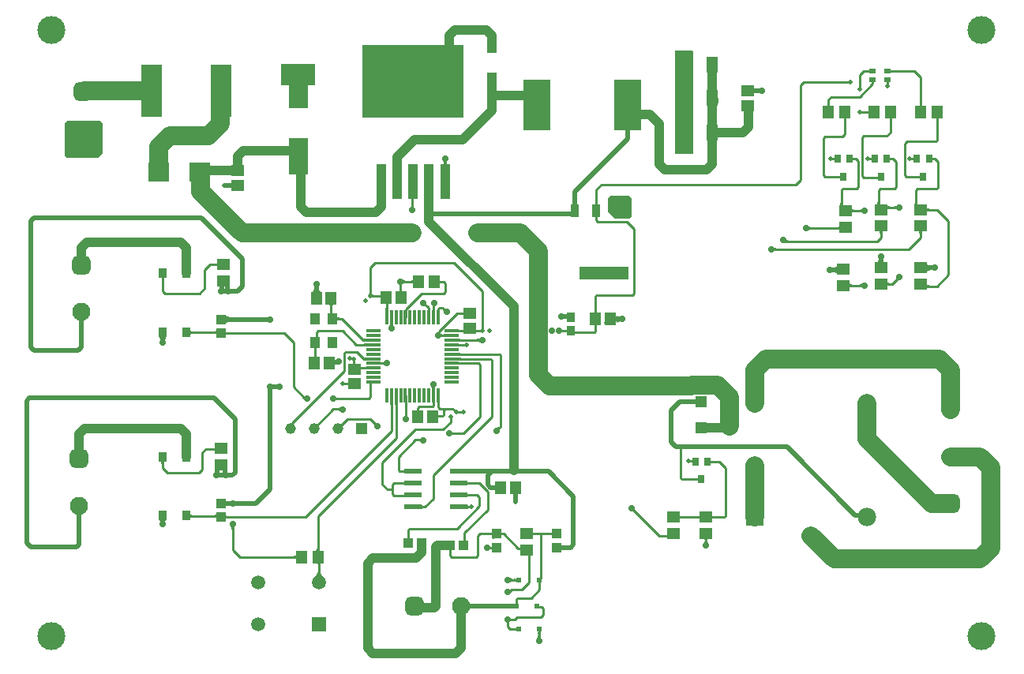
<source format=gtl>
G04*
G04 #@! TF.GenerationSoftware,Altium Limited,Altium Designer,25.2.1 (25)*
G04*
G04 Layer_Physical_Order=1*
G04 Layer_Color=255*
%FSLAX44Y44*%
%MOMM*%
G71*
G04*
G04 #@! TF.SameCoordinates,6A0C6451-6BFE-4A27-B80D-F8B4996A6162*
G04*
G04*
G04 #@! TF.FilePolarity,Positive*
G04*
G01*
G75*
%ADD16C,0.2500*%
%ADD18R,1.4000X1.3000*%
G04:AMPARAMS|DCode=19|XSize=0.28mm|YSize=1.56mm|CornerRadius=0.07mm|HoleSize=0mm|Usage=FLASHONLY|Rotation=0.000|XOffset=0mm|YOffset=0mm|HoleType=Round|Shape=RoundedRectangle|*
%AMROUNDEDRECTD19*
21,1,0.2800,1.4200,0,0,0.0*
21,1,0.1400,1.5600,0,0,0.0*
1,1,0.1400,0.0700,-0.7100*
1,1,0.1400,-0.0700,-0.7100*
1,1,0.1400,-0.0700,0.7100*
1,1,0.1400,0.0700,0.7100*
%
%ADD19ROUNDEDRECTD19*%
G04:AMPARAMS|DCode=20|XSize=0.28mm|YSize=1.56mm|CornerRadius=0.07mm|HoleSize=0mm|Usage=FLASHONLY|Rotation=90.000|XOffset=0mm|YOffset=0mm|HoleType=Round|Shape=RoundedRectangle|*
%AMROUNDEDRECTD20*
21,1,0.2800,1.4200,0,0,90.0*
21,1,0.1400,1.5600,0,0,90.0*
1,1,0.1400,0.7100,0.0700*
1,1,0.1400,0.7100,-0.0700*
1,1,0.1400,-0.7100,-0.0700*
1,1,0.1400,-0.7100,0.0700*
%
%ADD20ROUNDEDRECTD20*%
%ADD21R,1.3000X1.4000*%
%ADD22R,1.0200X1.0400*%
%ADD23R,1.1500X1.3500*%
%ADD24R,1.0400X1.0200*%
%ADD25R,0.6000X0.6000*%
%ADD26R,0.7000X0.9000*%
G04:AMPARAMS|DCode=27|XSize=1.31mm|YSize=3.24mm|CornerRadius=0.0983mm|HoleSize=0mm|Usage=FLASHONLY|Rotation=270.000|XOffset=0mm|YOffset=0mm|HoleType=Round|Shape=RoundedRectangle|*
%AMROUNDEDRECTD27*
21,1,1.3100,3.0435,0,0,270.0*
21,1,1.1135,3.2400,0,0,270.0*
1,1,0.1965,-1.5218,-0.5568*
1,1,0.1965,-1.5218,0.5568*
1,1,0.1965,1.5218,0.5568*
1,1,0.1965,1.5218,-0.5568*
%
%ADD27ROUNDEDRECTD27*%
G04:AMPARAMS|DCode=28|XSize=1.31mm|YSize=0.93mm|CornerRadius=0.0698mm|HoleSize=0mm|Usage=FLASHONLY|Rotation=270.000|XOffset=0mm|YOffset=0mm|HoleType=Round|Shape=RoundedRectangle|*
%AMROUNDEDRECTD28*
21,1,1.3100,0.7905,0,0,270.0*
21,1,1.1705,0.9300,0,0,270.0*
1,1,0.1395,-0.3953,-0.5853*
1,1,0.1395,-0.3953,0.5853*
1,1,0.1395,0.3953,0.5853*
1,1,0.1395,0.3953,-0.5853*
%
%ADD28ROUNDEDRECTD28*%
%ADD29R,0.9900X3.7900*%
%ADD30R,0.8000X0.5000*%
%ADD31R,1.0500X1.3000*%
%ADD32R,2.3114X5.6134*%
%ADD33R,1.3500X1.1500*%
%ADD34R,1.0900X1.0800*%
%ADD35R,2.9000X5.4000*%
%ADD36R,2.0000X4.0000*%
%ADD37R,2.2800X2.1200*%
%ADD38R,1.3000X1.8000*%
G04:AMPARAMS|DCode=39|XSize=1.1mm|YSize=0.9mm|CornerRadius=0.225mm|HoleSize=0mm|Usage=FLASHONLY|Rotation=270.000|XOffset=0mm|YOffset=0mm|HoleType=Round|Shape=RoundedRectangle|*
%AMROUNDEDRECTD39*
21,1,1.1000,0.4500,0,0,270.0*
21,1,0.6500,0.9000,0,0,270.0*
1,1,0.4500,-0.2250,-0.3250*
1,1,0.4500,-0.2250,0.3250*
1,1,0.4500,0.2250,0.3250*
1,1,0.4500,0.2250,-0.3250*
%
%ADD39ROUNDEDRECTD39*%
%ADD40R,0.9300X1.0100*%
%ADD41R,1.2000X1.2000*%
%ADD42R,1.2000X1.2000*%
%ADD43R,1.9812X0.5334*%
%ADD86R,10.8400X7.8800*%
%ADD87C,1.0000*%
%ADD88C,0.5000*%
%ADD89C,2.0000*%
%ADD90C,0.2540*%
%ADD91C,1.4980*%
%ADD92R,1.4980X1.4980*%
G04:AMPARAMS|DCode=93|XSize=1.95mm|YSize=1.95mm|CornerRadius=0.4875mm|HoleSize=0mm|Usage=FLASHONLY|Rotation=0.000|XOffset=0mm|YOffset=0mm|HoleType=Round|Shape=RoundedRectangle|*
%AMROUNDEDRECTD93*
21,1,1.9500,0.9750,0,0,0.0*
21,1,0.9750,1.9500,0,0,0.0*
1,1,0.9750,0.4875,-0.4875*
1,1,0.9750,-0.4875,-0.4875*
1,1,0.9750,-0.4875,0.4875*
1,1,0.9750,0.4875,0.4875*
%
%ADD93ROUNDEDRECTD93*%
%ADD94C,1.9500*%
%ADD95C,3.0000*%
%ADD96R,1.1628X1.1628*%
%ADD97C,1.1628*%
G04:AMPARAMS|DCode=98|XSize=1.95mm|YSize=1.95mm|CornerRadius=0.4875mm|HoleSize=0mm|Usage=FLASHONLY|Rotation=270.000|XOffset=0mm|YOffset=0mm|HoleType=Round|Shape=RoundedRectangle|*
%AMROUNDEDRECTD98*
21,1,1.9500,0.9750,0,0,270.0*
21,1,0.9750,1.9500,0,0,270.0*
1,1,0.9750,-0.4875,-0.4875*
1,1,0.9750,-0.4875,0.4875*
1,1,0.9750,0.4875,0.4875*
1,1,0.9750,0.4875,-0.4875*
%
%ADD98ROUNDEDRECTD98*%
%ADD99C,1.9800*%
%ADD100C,1.9350*%
%ADD101R,1.9800X1.9800*%
%ADD102C,0.7000*%
%ADD103C,0.5000*%
%ADD104C,1.0000*%
%ADD105C,1.5000*%
G36*
X786000Y1178000D02*
X749000D01*
Y1201000D01*
X786000D01*
Y1178000D01*
D02*
G37*
G36*
X942500Y1217500D02*
Y1147500D01*
X940000Y1145000D01*
X842500D01*
X837500Y1150000D01*
Y1220000D01*
X940000D01*
X942500Y1217500D01*
D02*
G37*
G36*
X1191000Y1215000D02*
Y1105000D01*
X1172000D01*
Y1216000D01*
X1190586D01*
X1191000Y1215000D01*
D02*
G37*
G36*
X557500Y1138000D02*
Y1105500D01*
X552500Y1100500D01*
X520000D01*
X517500Y1103000D01*
Y1138000D01*
X520000Y1140500D01*
X555000D01*
X557500Y1138000D01*
D02*
G37*
G36*
X927226Y1097264D02*
X927025Y1097016D01*
X926848Y1096757D01*
X926695Y1096487D01*
X926565Y1096207D01*
X926459Y1095915D01*
X926376Y1095612D01*
X926341Y1095424D01*
X926384Y1095161D01*
X926473Y1094829D01*
X926588Y1094547D01*
X926727Y1094315D01*
X926892Y1094133D01*
X927083Y1094002D01*
X927299Y1093920D01*
X927540Y1093889D01*
X922460D01*
X922701Y1093920D01*
X922917Y1094002D01*
X923108Y1094133D01*
X923273Y1094315D01*
X923412Y1094547D01*
X923527Y1094829D01*
X923616Y1095161D01*
X923659Y1095424D01*
X923624Y1095612D01*
X923541Y1095915D01*
X923435Y1096207D01*
X923305Y1096487D01*
X923152Y1096757D01*
X922975Y1097016D01*
X922774Y1097264D01*
X922550Y1097501D01*
X927450D01*
X927226Y1097264D01*
D02*
G37*
G36*
X1391283Y1052777D02*
X1391321Y1052345D01*
X1391384Y1051964D01*
X1391473Y1051634D01*
X1391588Y1051355D01*
X1391727Y1051126D01*
X1391892Y1050948D01*
X1392083Y1050821D01*
X1392299Y1050745D01*
X1392540Y1050720D01*
X1387460D01*
X1387701Y1050745D01*
X1387917Y1050821D01*
X1388108Y1050948D01*
X1388273Y1051126D01*
X1388412Y1051355D01*
X1388527Y1051634D01*
X1388616Y1051964D01*
X1388679Y1052345D01*
X1388717Y1052777D01*
X1388730Y1053260D01*
X1391270D01*
X1391283Y1052777D01*
D02*
G37*
G36*
X1431283Y1052776D02*
X1431321Y1052345D01*
X1431384Y1051964D01*
X1431473Y1051634D01*
X1431588Y1051354D01*
X1431727Y1051125D01*
X1431892Y1050948D01*
X1432083Y1050821D01*
X1432299Y1050744D01*
X1432540Y1050719D01*
X1428280D01*
X1428366Y1050744D01*
X1428442Y1050821D01*
X1428510Y1050948D01*
X1428568Y1051125D01*
X1428618Y1051354D01*
X1428658Y1051634D01*
X1428712Y1052345D01*
X1428730Y1053259D01*
X1431270D01*
X1431283Y1052776D01*
D02*
G37*
G36*
X1351283Y1051527D02*
X1351321Y1051095D01*
X1351384Y1050714D01*
X1351473Y1050384D01*
X1351588Y1050105D01*
X1351727Y1049876D01*
X1351892Y1049698D01*
X1352083Y1049571D01*
X1352299Y1049495D01*
X1352540Y1049470D01*
X1348280D01*
X1348365Y1049495D01*
X1348442Y1049571D01*
X1348510Y1049698D01*
X1348568Y1049876D01*
X1348618Y1050105D01*
X1348658Y1050384D01*
X1348712Y1051095D01*
X1348730Y1052010D01*
X1351270D01*
X1351283Y1051527D01*
D02*
G37*
G36*
X1410000Y1045050D02*
X1409764Y1045274D01*
X1409516Y1045475D01*
X1409257Y1045652D01*
X1408987Y1045805D01*
X1408707Y1045935D01*
X1408415Y1046041D01*
X1408112Y1046124D01*
X1407799Y1046183D01*
X1407474Y1046218D01*
X1407139Y1046230D01*
Y1048770D01*
X1407474Y1048782D01*
X1407799Y1048817D01*
X1408112Y1048876D01*
X1408415Y1048959D01*
X1408707Y1049065D01*
X1408987Y1049195D01*
X1409257Y1049348D01*
X1409516Y1049525D01*
X1409764Y1049726D01*
X1410000Y1049950D01*
Y1045050D01*
D02*
G37*
G36*
X1399220Y1049799D02*
X1399302Y1049583D01*
X1399433Y1049392D01*
X1399615Y1049227D01*
X1399847Y1049088D01*
X1400129Y1048973D01*
X1400461Y1048884D01*
X1400844Y1048821D01*
X1401277Y1048783D01*
X1401759Y1048770D01*
Y1046230D01*
X1401277Y1046217D01*
X1400844Y1046179D01*
X1400461Y1046116D01*
X1400129Y1046027D01*
X1399847Y1045912D01*
X1399615Y1045773D01*
X1399433Y1045608D01*
X1399302Y1045417D01*
X1399220Y1045201D01*
X1399189Y1044960D01*
Y1050040D01*
X1399220Y1049799D01*
D02*
G37*
G36*
X1441720Y1047298D02*
X1441802Y1047082D01*
X1441933Y1046892D01*
X1442115Y1046727D01*
X1442347Y1046587D01*
X1442629Y1046473D01*
X1442961Y1046384D01*
X1443344Y1046320D01*
X1443777Y1046282D01*
X1444259Y1046270D01*
Y1043730D01*
X1443777Y1043717D01*
X1443344Y1043679D01*
X1442961Y1043615D01*
X1442629Y1043526D01*
X1442347Y1043412D01*
X1442115Y1043272D01*
X1441933Y1043107D01*
X1441802Y1042917D01*
X1441720Y1042701D01*
X1441689Y1042460D01*
Y1047540D01*
X1441720Y1047298D01*
D02*
G37*
G36*
X1372500Y1041300D02*
X1372264Y1041524D01*
X1372016Y1041725D01*
X1371757Y1041902D01*
X1371487Y1042055D01*
X1371207Y1042185D01*
X1370915Y1042291D01*
X1370612Y1042374D01*
X1370299Y1042433D01*
X1369974Y1042468D01*
X1369639Y1042480D01*
Y1045020D01*
X1369974Y1045032D01*
X1370299Y1045067D01*
X1370612Y1045126D01*
X1370915Y1045209D01*
X1371207Y1045315D01*
X1371487Y1045445D01*
X1371757Y1045598D01*
X1372016Y1045775D01*
X1372264Y1045976D01*
X1372500Y1046200D01*
Y1041300D01*
D02*
G37*
G36*
X1361720Y1046049D02*
X1361801Y1045833D01*
X1361933Y1045642D01*
X1362115Y1045477D01*
X1362346Y1045338D01*
X1362629Y1045223D01*
X1362961Y1045134D01*
X1363344Y1045071D01*
X1363776Y1045033D01*
X1364259Y1045020D01*
Y1042480D01*
X1363776Y1042467D01*
X1363344Y1042429D01*
X1362961Y1042366D01*
X1362629Y1042277D01*
X1362346Y1042163D01*
X1362115Y1042023D01*
X1361933Y1041858D01*
X1361801Y1041667D01*
X1361720Y1041451D01*
X1361689Y1041210D01*
Y1046290D01*
X1361720Y1046049D01*
D02*
G37*
G36*
X1125000Y1057500D02*
Y1037500D01*
X1122500Y1035000D01*
X1107500D01*
X1100000Y1042500D01*
Y1057500D01*
X1102500Y1060000D01*
X1122500D01*
X1125000Y1057500D01*
D02*
G37*
G36*
X1315236Y1027226D02*
X1315484Y1027025D01*
X1315743Y1026848D01*
X1316013Y1026695D01*
X1316293Y1026565D01*
X1316585Y1026459D01*
X1316888Y1026376D01*
X1317201Y1026317D01*
X1317526Y1026282D01*
X1317861Y1026270D01*
Y1023730D01*
X1317526Y1023718D01*
X1317201Y1023683D01*
X1316888Y1023624D01*
X1316585Y1023541D01*
X1316293Y1023435D01*
X1316013Y1023305D01*
X1315743Y1023152D01*
X1315484Y1022975D01*
X1315236Y1022774D01*
X1315000Y1022550D01*
Y1027450D01*
X1315236Y1027226D01*
D02*
G37*
G36*
X1348311Y1022460D02*
X1348279Y1022701D01*
X1348198Y1022917D01*
X1348066Y1023108D01*
X1347885Y1023273D01*
X1347653Y1023412D01*
X1347370Y1023527D01*
X1347038Y1023616D01*
X1346656Y1023679D01*
X1346223Y1023717D01*
X1345740Y1023730D01*
Y1026270D01*
X1346223Y1026283D01*
X1346656Y1026321D01*
X1347038Y1026384D01*
X1347370Y1026473D01*
X1347653Y1026588D01*
X1347885Y1026727D01*
X1348066Y1026892D01*
X1348198Y1027083D01*
X1348279Y1027299D01*
X1348311Y1027540D01*
Y1022460D01*
D02*
G37*
G36*
X1394799Y1021780D02*
X1394583Y1021699D01*
X1394392Y1021567D01*
X1394227Y1021385D01*
X1394088Y1021153D01*
X1393973Y1020871D01*
X1393884Y1020539D01*
X1393821Y1020156D01*
X1393783Y1019724D01*
X1393770Y1019241D01*
X1391230D01*
X1391217Y1019724D01*
X1391179Y1020156D01*
X1391116Y1020539D01*
X1391027Y1020871D01*
X1390912Y1021153D01*
X1390773Y1021385D01*
X1390608Y1021567D01*
X1390417Y1021699D01*
X1390201Y1021780D01*
X1389960Y1021811D01*
X1395040D01*
X1394799Y1021780D01*
D02*
G37*
G36*
X1437299Y1021780D02*
X1437083Y1021698D01*
X1436892Y1021567D01*
X1436727Y1021385D01*
X1436588Y1021153D01*
X1436473Y1020871D01*
X1436384Y1020539D01*
X1436321Y1020156D01*
X1436283Y1019723D01*
X1436270Y1019240D01*
X1433730D01*
X1433717Y1019723D01*
X1433679Y1020156D01*
X1433616Y1020539D01*
X1433527Y1020871D01*
X1433412Y1021153D01*
X1433273Y1021385D01*
X1433108Y1021567D01*
X1432917Y1021698D01*
X1432701Y1021780D01*
X1432460Y1021811D01*
X1437540D01*
X1437299Y1021780D01*
D02*
G37*
G36*
X1290944Y1013267D02*
X1291070Y1013035D01*
X1291223Y1012830D01*
X1291405Y1012652D01*
X1291615Y1012502D01*
X1291853Y1012379D01*
X1292118Y1012283D01*
X1292412Y1012215D01*
X1292734Y1012174D01*
X1293083Y1012160D01*
X1292708Y1009620D01*
X1292151Y1009616D01*
X1289881Y1009472D01*
X1289530Y1009418D01*
X1288932Y1009285D01*
X1288685Y1009207D01*
X1290846Y1013526D01*
X1290944Y1013267D01*
D02*
G37*
G36*
X1277736Y1004726D02*
X1277984Y1004525D01*
X1278243Y1004348D01*
X1278513Y1004195D01*
X1278793Y1004065D01*
X1279085Y1003959D01*
X1279388Y1003876D01*
X1279701Y1003817D01*
X1280026Y1003782D01*
X1280361Y1003770D01*
Y1001230D01*
X1280026Y1001218D01*
X1279701Y1001183D01*
X1279388Y1001124D01*
X1279085Y1001041D01*
X1278793Y1000935D01*
X1278513Y1000805D01*
X1278243Y1000652D01*
X1277984Y1000475D01*
X1277736Y1000274D01*
X1277499Y1000050D01*
Y1004950D01*
X1277736Y1004726D01*
D02*
G37*
G36*
X1395025Y992269D02*
X1395100Y991418D01*
X1395225Y990667D01*
X1395400Y990015D01*
X1395625Y989462D01*
X1395900Y989008D01*
X1396225Y988655D01*
X1396600Y988400D01*
X1397025Y988245D01*
X1397500Y988189D01*
X1387500D01*
X1387975Y988245D01*
X1388400Y988400D01*
X1388775Y988655D01*
X1389100Y989008D01*
X1389375Y989462D01*
X1389600Y990015D01*
X1389775Y990667D01*
X1389900Y991418D01*
X1389975Y992269D01*
X1390000Y993220D01*
X1395000D01*
X1395025Y992269D01*
D02*
G37*
G36*
X1441745Y987025D02*
X1441900Y986600D01*
X1442155Y986225D01*
X1442509Y985900D01*
X1442962Y985625D01*
X1443515Y985400D01*
X1444167Y985225D01*
X1444918Y985100D01*
X1445769Y985025D01*
X1446720Y985000D01*
Y980000D01*
X1445769Y979975D01*
X1444918Y979900D01*
X1444167Y979775D01*
X1443515Y979600D01*
X1442962Y979375D01*
X1442509Y979100D01*
X1442155Y978775D01*
X1441900Y978400D01*
X1441745Y977975D01*
X1441689Y977500D01*
Y987500D01*
X1441745Y987025D01*
D02*
G37*
G36*
X1345781Y975530D02*
X1345731Y975977D01*
X1345581Y976377D01*
X1345331Y976730D01*
X1344981Y977036D01*
X1344531Y977295D01*
X1343981Y977506D01*
X1343331Y977671D01*
X1342581Y977789D01*
X1341731Y977859D01*
X1340781Y977883D01*
Y982883D01*
X1341731Y982908D01*
X1342582Y982983D01*
X1343333Y983108D01*
X1343985Y983283D01*
X1344538Y983508D01*
X1344991Y983783D01*
X1345345Y984108D01*
X1345600Y984483D01*
X1345755Y984908D01*
X1345811Y985383D01*
X1345781Y975530D01*
D02*
G37*
G36*
X1121603Y970000D02*
X1069603D01*
Y984000D01*
X1121603D01*
Y970000D01*
D02*
G37*
G36*
X1412465Y969000D02*
X1412139Y968991D01*
X1411822Y968958D01*
X1411514Y968900D01*
X1411215Y968818D01*
X1410924Y968711D01*
X1410643Y968580D01*
X1410371Y968424D01*
X1410107Y968244D01*
X1409852Y968040D01*
X1409607Y967811D01*
X1407811Y969607D01*
X1408040Y969853D01*
X1408244Y970107D01*
X1408424Y970371D01*
X1408580Y970643D01*
X1408711Y970924D01*
X1408818Y971215D01*
X1408900Y971514D01*
X1408958Y971822D01*
X1408991Y972139D01*
X1409000Y972465D01*
X1412465Y969000D01*
D02*
G37*
G36*
X880236Y969726D02*
X880484Y969525D01*
X880743Y969348D01*
X881013Y969195D01*
X881293Y969065D01*
X881585Y968959D01*
X881888Y968876D01*
X882201Y968817D01*
X882526Y968782D01*
X882861Y968770D01*
Y966230D01*
X882526Y966218D01*
X882201Y966183D01*
X881888Y966124D01*
X881585Y966041D01*
X881293Y965935D01*
X881013Y965805D01*
X880743Y965652D01*
X880484Y965475D01*
X880236Y965274D01*
X879999Y965050D01*
Y969950D01*
X880236Y969726D01*
D02*
G37*
G36*
X890561Y964960D02*
X890530Y965201D01*
X890448Y965417D01*
X890317Y965608D01*
X890135Y965773D01*
X889903Y965912D01*
X889621Y966027D01*
X889289Y966116D01*
X888906Y966179D01*
X888473Y966217D01*
X887990Y966230D01*
Y968770D01*
X888473Y968783D01*
X888906Y968821D01*
X889289Y968884D01*
X889621Y968973D01*
X889903Y969088D01*
X890135Y969227D01*
X890317Y969392D01*
X890448Y969583D01*
X890530Y969799D01*
X890561Y970040D01*
Y964960D01*
D02*
G37*
G36*
X1399220Y967299D02*
X1399302Y967083D01*
X1399433Y966893D01*
X1399615Y966728D01*
X1399847Y966588D01*
X1400129Y966474D01*
X1400461Y966385D01*
X1400844Y966321D01*
X1401277Y966283D01*
X1401759Y966270D01*
Y963730D01*
X1401277Y963718D01*
X1400844Y963680D01*
X1400461Y963616D01*
X1400129Y963527D01*
X1399847Y963413D01*
X1399615Y963273D01*
X1399433Y963108D01*
X1399302Y962918D01*
X1399220Y962702D01*
X1399189Y962460D01*
Y967540D01*
X1399220Y967299D01*
D02*
G37*
G36*
X1372500Y961300D02*
X1372264Y961525D01*
X1372016Y961725D01*
X1371757Y961902D01*
X1371487Y962056D01*
X1371207Y962185D01*
X1370915Y962291D01*
X1370612Y962374D01*
X1370299Y962433D01*
X1369974Y962468D01*
X1369639Y962480D01*
Y965020D01*
X1369974Y965032D01*
X1370299Y965068D01*
X1370612Y965126D01*
X1370915Y965209D01*
X1371207Y965315D01*
X1371487Y965445D01*
X1371757Y965599D01*
X1372016Y965776D01*
X1372264Y965976D01*
X1372500Y966200D01*
Y961300D01*
D02*
G37*
G36*
X1359220Y966049D02*
X1359302Y965833D01*
X1359433Y965643D01*
X1359615Y965478D01*
X1359847Y965338D01*
X1360129Y965223D01*
X1360461Y965135D01*
X1360844Y965071D01*
X1361277Y965033D01*
X1361760Y965020D01*
Y962480D01*
X1361277Y962468D01*
X1360844Y962430D01*
X1360461Y962366D01*
X1360129Y962277D01*
X1359847Y962163D01*
X1359615Y962023D01*
X1359433Y961858D01*
X1359302Y961667D01*
X1359220Y961452D01*
X1359189Y961210D01*
Y966290D01*
X1359220Y966049D01*
D02*
G37*
G36*
X1441720Y964799D02*
X1441802Y964583D01*
X1441933Y964392D01*
X1442115Y964227D01*
X1442347Y964088D01*
X1442629Y963973D01*
X1442961Y963884D01*
X1443344Y963821D01*
X1443777Y963783D01*
X1444259Y963770D01*
Y961230D01*
X1443777Y961217D01*
X1443344Y961179D01*
X1442961Y961116D01*
X1442629Y961027D01*
X1442347Y960912D01*
X1442115Y960773D01*
X1441933Y960608D01*
X1441802Y960417D01*
X1441720Y960201D01*
X1441689Y959960D01*
Y965040D01*
X1441720Y964799D01*
D02*
G37*
G36*
X789775Y961019D02*
X789850Y960168D01*
X789975Y959417D01*
X790150Y958764D01*
X790375Y958212D01*
X790650Y957758D01*
X790975Y957404D01*
X791350Y957150D01*
X791775Y956995D01*
X792250Y956939D01*
X782250D01*
X782725Y956995D01*
X783150Y957150D01*
X783525Y957404D01*
X783850Y957758D01*
X784125Y958212D01*
X784350Y958764D01*
X784525Y959417D01*
X784650Y960168D01*
X784725Y961019D01*
X784750Y961969D01*
X789750D01*
X789775Y961019D01*
D02*
G37*
G36*
X846275Y955883D02*
X846313Y955398D01*
X846347Y955184D01*
X846390Y954988D01*
X846443Y954810D01*
X846505Y954651D01*
X846577Y954511D01*
X846659Y954389D01*
X846750Y954285D01*
X843250D01*
X843341Y954389D01*
X843423Y954511D01*
X843495Y954651D01*
X843557Y954810D01*
X843610Y954988D01*
X843653Y955184D01*
X843687Y955398D01*
X843711Y955631D01*
X843730Y956153D01*
X846270D01*
X846275Y955883D01*
D02*
G37*
G36*
X846889Y954159D02*
X847011Y954077D01*
X847151Y954005D01*
X847310Y953943D01*
X847488Y953890D01*
X847684Y953847D01*
X847898Y953813D01*
X848131Y953789D01*
X848653Y953770D01*
Y951230D01*
X848383Y951225D01*
X847898Y951187D01*
X847684Y951153D01*
X847488Y951110D01*
X847310Y951057D01*
X847151Y950995D01*
X847011Y950923D01*
X846889Y950841D01*
X846785Y950750D01*
Y954250D01*
X846889Y954159D01*
D02*
G37*
G36*
X805298Y943029D02*
X805083Y942948D01*
X804892Y942817D01*
X804727Y942635D01*
X804587Y942403D01*
X804473Y942121D01*
X804384Y941788D01*
X804321Y941406D01*
X804283Y940973D01*
X804270Y940490D01*
X801730D01*
X801717Y940973D01*
X801679Y941406D01*
X801616Y941788D01*
X801527Y942121D01*
X801412Y942403D01*
X801273Y942635D01*
X801107Y942817D01*
X800917Y942948D01*
X800701Y943029D01*
X800460Y943061D01*
X805540D01*
X805298Y943029D01*
D02*
G37*
G36*
X863871Y936621D02*
X861209D01*
X861221Y936664D01*
X861231Y936755D01*
X861248Y937085D01*
X861270Y939252D01*
X863810D01*
X863871Y936621D01*
D02*
G37*
G36*
X924388Y939460D02*
X924643Y939256D01*
X924906Y939076D01*
X925179Y938920D01*
X925460Y938789D01*
X925750Y938682D01*
X926049Y938600D01*
X926358Y938542D01*
X926675Y938509D01*
X927001Y938500D01*
X923536Y935035D01*
X923527Y935361D01*
X923493Y935678D01*
X923436Y935986D01*
X923353Y936285D01*
X923247Y936576D01*
X923116Y936857D01*
X922960Y937129D01*
X922780Y937393D01*
X922575Y937647D01*
X922346Y937893D01*
X924143Y939689D01*
X924388Y939460D01*
D02*
G37*
G36*
X804283Y936526D02*
X804321Y936094D01*
X804384Y935711D01*
X804473Y935379D01*
X804587Y935097D01*
X804727Y934865D01*
X804892Y934683D01*
X805083Y934551D01*
X805298Y934470D01*
X805540Y934439D01*
X800460D01*
X800701Y934470D01*
X800917Y934551D01*
X801107Y934683D01*
X801273Y934865D01*
X801412Y935097D01*
X801527Y935379D01*
X801616Y935711D01*
X801679Y936094D01*
X801717Y936526D01*
X801730Y937009D01*
X804270D01*
X804283Y936526D01*
D02*
G37*
G36*
X809470Y930299D02*
X809551Y930083D01*
X809683Y929892D01*
X809865Y929727D01*
X810097Y929587D01*
X810379Y929473D01*
X810711Y929384D01*
X811094Y929321D01*
X811526Y929283D01*
X812009Y929270D01*
Y926730D01*
X811526Y926717D01*
X811094Y926679D01*
X810711Y926616D01*
X810379Y926527D01*
X810097Y926412D01*
X809865Y926273D01*
X809683Y926108D01*
X809551Y925917D01*
X809470Y925701D01*
X809439Y925460D01*
Y930540D01*
X809470Y930299D01*
D02*
G37*
G36*
X1108995Y932025D02*
X1109150Y931600D01*
X1109405Y931225D01*
X1109759Y930900D01*
X1110212Y930625D01*
X1110765Y930400D01*
X1111417Y930225D01*
X1112168Y930100D01*
X1113019Y930025D01*
X1113969Y930000D01*
Y925000D01*
X1113019Y924975D01*
X1112168Y924900D01*
X1111417Y924775D01*
X1110765Y924600D01*
X1110212Y924375D01*
X1109759Y924100D01*
X1109405Y923775D01*
X1109150Y923400D01*
X1108995Y922975D01*
X1108939Y922500D01*
Y932500D01*
X1108995Y932025D01*
D02*
G37*
G36*
X690120Y931875D02*
X690270Y931450D01*
X690520Y931075D01*
X690870Y930750D01*
X691320Y930475D01*
X691870Y930250D01*
X692520Y930075D01*
X693270Y929950D01*
X694120Y929875D01*
X695070Y929850D01*
Y924850D01*
X694120Y924825D01*
X693270Y924750D01*
X692520Y924625D01*
X691870Y924450D01*
X691320Y924225D01*
X690870Y923950D01*
X690520Y923625D01*
X690270Y923250D01*
X690120Y922825D01*
X690070Y922350D01*
Y932350D01*
X690120Y931875D01*
D02*
G37*
G36*
X868790Y922854D02*
X868802Y922518D01*
X868837Y922194D01*
X868896Y921880D01*
X868978Y921577D01*
X869083Y921285D01*
X869213Y921003D01*
X869365Y920733D01*
X869541Y920473D01*
X869741Y920224D01*
X869964Y919986D01*
X868794Y919992D01*
X868790Y919238D01*
X866250Y919297D01*
X866239Y920007D01*
X865064Y920013D01*
X865290Y920249D01*
X865491Y920495D01*
X865669Y920753D01*
X865823Y921022D01*
X865954Y921302D01*
X866060Y921593D01*
X866143Y921895D01*
X866202Y922209D01*
X866238Y922533D01*
X866250Y922869D01*
X868790Y922854D01*
D02*
G37*
G36*
X679961Y910535D02*
X679930Y910776D01*
X679849Y910992D01*
X679717Y911183D01*
X679535Y911348D01*
X679303Y911488D01*
X679021Y911602D01*
X678689Y911691D01*
X678306Y911754D01*
X677874Y911792D01*
X677391Y911805D01*
Y914345D01*
X677874Y914358D01*
X678306Y914396D01*
X678689Y914459D01*
X679021Y914548D01*
X679303Y914662D01*
X679535Y914802D01*
X679717Y914967D01*
X679849Y915158D01*
X679930Y915374D01*
X679961Y915615D01*
Y910535D01*
D02*
G37*
G36*
X652190Y915374D02*
X652271Y915158D01*
X652403Y914967D01*
X652584Y914802D01*
X652816Y914662D01*
X653099Y914548D01*
X653431Y914459D01*
X653813Y914396D01*
X654246Y914358D01*
X654729Y914345D01*
Y911805D01*
X654246Y911792D01*
X653813Y911754D01*
X653431Y911691D01*
X653099Y911602D01*
X652816Y911488D01*
X652584Y911348D01*
X652403Y911183D01*
X652271Y910992D01*
X652190Y910776D01*
X652159Y910535D01*
Y915615D01*
X652190Y915374D01*
D02*
G37*
G36*
X920249Y912210D02*
X920495Y912009D01*
X920753Y911831D01*
X921022Y911677D01*
X921302Y911546D01*
X921593Y911440D01*
X921895Y911357D01*
X922209Y911297D01*
X922533Y911262D01*
X922566Y911261D01*
X924479Y911290D01*
Y908629D01*
X924430Y908644D01*
X924333Y908658D01*
X924188Y908670D01*
X923124Y908703D01*
X922711Y908705D01*
X922518Y908698D01*
X922194Y908663D01*
X921880Y908604D01*
X921577Y908522D01*
X921284Y908416D01*
X921003Y908287D01*
X920732Y908135D01*
X920473Y907958D01*
X920224Y907759D01*
X919985Y907536D01*
X920014Y912436D01*
X920249Y912210D01*
D02*
G37*
G36*
X939244Y906279D02*
X939335Y906269D01*
X939666Y906252D01*
X941832Y906230D01*
Y903690D01*
X939201Y903629D01*
Y906291D01*
X939244Y906279D01*
D02*
G37*
G36*
X840879Y903629D02*
X840836Y903641D01*
X840744Y903651D01*
X840414Y903668D01*
X838248Y903690D01*
Y906230D01*
X840879Y906291D01*
Y903629D01*
D02*
G37*
G36*
X626187Y908697D02*
X625917Y908225D01*
X625679Y907715D01*
X625472Y907165D01*
X625297Y906577D01*
X625154Y905951D01*
X625043Y905285D01*
X624964Y904581D01*
X624900Y903058D01*
X619900Y903031D01*
X619882Y903771D01*
X619739Y905163D01*
X619614Y905816D01*
X619453Y906441D01*
X619256Y907036D01*
X619024Y907603D01*
X618755Y908141D01*
X618451Y908650D01*
X618112Y909131D01*
X626489D01*
X626187Y908697D01*
D02*
G37*
G36*
X962529Y902522D02*
X962289Y902744D01*
X962039Y902942D01*
X961778Y903117D01*
X961506Y903269D01*
X961224Y903398D01*
X960931Y903503D01*
X960628Y903585D01*
X960314Y903643D01*
X959990Y903678D01*
X959654Y903690D01*
X959623Y906230D01*
X959959Y906242D01*
X960284Y906278D01*
X960597Y906337D01*
X960899Y906421D01*
X961190Y906528D01*
X961469Y906659D01*
X961737Y906814D01*
X961993Y906992D01*
X962239Y907195D01*
X962473Y907421D01*
X962529Y902522D01*
D02*
G37*
G36*
X840879Y898629D02*
X840836Y898641D01*
X840744Y898651D01*
X840414Y898668D01*
X838248Y898690D01*
Y901230D01*
X840879Y901290D01*
Y898629D01*
D02*
G37*
G36*
X939244Y891279D02*
X939335Y891269D01*
X939666Y891252D01*
X941832Y891230D01*
Y888690D01*
X939201Y888629D01*
Y891290D01*
X939244Y891279D01*
D02*
G37*
G36*
X840879Y883629D02*
X840836Y883641D01*
X840744Y883651D01*
X840414Y883668D01*
X838248Y883690D01*
Y886230D01*
X840879Y886291D01*
Y883629D01*
D02*
G37*
G36*
X939280Y886254D02*
X939404Y886222D01*
X939572Y886193D01*
X939784Y886169D01*
X940688Y886117D01*
X941991Y886100D01*
X942162Y883560D01*
X939201Y883629D01*
Y886291D01*
X939280Y886254D01*
D02*
G37*
G36*
X860015Y877536D02*
X859776Y877759D01*
X859527Y877958D01*
X859268Y878135D01*
X858997Y878287D01*
X858716Y878416D01*
X858423Y878522D01*
X858120Y878604D01*
X857806Y878663D01*
X857568Y878689D01*
X855601Y878629D01*
Y881290D01*
X855638Y881283D01*
X855724Y881276D01*
X856566Y881256D01*
X857239Y881254D01*
X857467Y881262D01*
X857791Y881297D01*
X858105Y881357D01*
X858407Y881440D01*
X858698Y881546D01*
X858978Y881677D01*
X859247Y881831D01*
X859505Y882009D01*
X859751Y882210D01*
X859986Y882436D01*
X860015Y877536D01*
D02*
G37*
G36*
X939244Y881279D02*
X939335Y881269D01*
X939666Y881252D01*
X941832Y881230D01*
Y878690D01*
X939201Y878629D01*
Y881290D01*
X939244Y881279D01*
D02*
G37*
G36*
X913810Y855008D02*
X914964Y855014D01*
X914741Y854776D01*
X914541Y854527D01*
X914365Y854267D01*
X914213Y853997D01*
X914084Y853715D01*
X913978Y853423D01*
X913896Y853120D01*
X913837Y852806D01*
X913802Y852482D01*
X913790Y852146D01*
X911250Y852131D01*
X911238Y852467D01*
X911203Y852791D01*
X911143Y853105D01*
X911060Y853407D01*
X910954Y853698D01*
X910823Y853978D01*
X910669Y854247D01*
X910491Y854505D01*
X910290Y854751D01*
X910064Y854987D01*
X911247Y854993D01*
X911250Y855622D01*
X913790Y855682D01*
X913810Y855008D01*
D02*
G37*
G36*
X873859Y838256D02*
X873849Y838165D01*
X873832Y837834D01*
X873810Y835668D01*
X871270D01*
X871209Y838299D01*
X873871D01*
X873859Y838256D01*
D02*
G37*
G36*
X868859D02*
X868849Y838165D01*
X868832Y837834D01*
X868810Y835668D01*
X866270D01*
X866209Y838299D01*
X868870D01*
X868859Y838256D01*
D02*
G37*
G36*
X811979Y828233D02*
X811811Y828490D01*
X811624Y828719D01*
X811417Y828922D01*
X811191Y829097D01*
X810946Y829246D01*
X810680Y829367D01*
X810396Y829462D01*
X810092Y829529D01*
X809768Y829570D01*
X809425Y829583D01*
X810118Y832123D01*
X810445Y832132D01*
X810767Y832158D01*
X811084Y832201D01*
X811397Y832261D01*
X811705Y832339D01*
X812008Y832434D01*
X812307Y832546D01*
X812600Y832675D01*
X812889Y832822D01*
X813173Y832986D01*
X811979Y828233D01*
D02*
G37*
G36*
X984579Y810621D02*
X984349Y810373D01*
X984146Y810117D01*
X983970Y809853D01*
X983820Y809581D01*
X983698Y809300D01*
X983602Y809012D01*
X983534Y808714D01*
X983492Y808409D01*
X983477Y808096D01*
X983489Y807774D01*
X979796Y810994D01*
X980124Y811024D01*
X980442Y811077D01*
X980751Y811151D01*
X981050Y811247D01*
X981340Y811365D01*
X981621Y811505D01*
X981893Y811667D01*
X982155Y811851D01*
X982408Y812057D01*
X982651Y812285D01*
X984579Y810621D01*
D02*
G37*
G36*
X624395Y774518D02*
X624180Y774412D01*
X623990Y774262D01*
X623826Y774068D01*
X623686Y773829D01*
X623573Y773546D01*
X623484Y773219D01*
X623421Y772847D01*
X623383Y772431D01*
X623370Y771971D01*
X620830D01*
X620817Y772431D01*
X620779Y772847D01*
X620716Y773219D01*
X620627Y773546D01*
X620513Y773829D01*
X620374Y774068D01*
X620210Y774262D01*
X620020Y774412D01*
X619804Y774518D01*
X619564Y774580D01*
X624636D01*
X624395Y774518D01*
D02*
G37*
G36*
X880517Y761510D02*
X880486Y761752D01*
X880405Y761968D01*
X880273Y762158D01*
X880091Y762323D01*
X879859Y762463D01*
X879577Y762577D01*
X879245Y762666D01*
X878862Y762730D01*
X878430Y762768D01*
X877947Y762780D01*
Y765320D01*
X878430Y765333D01*
X878862Y765371D01*
X879245Y765435D01*
X879577Y765524D01*
X879859Y765638D01*
X880091Y765778D01*
X880273Y765943D01*
X880405Y766133D01*
X880486Y766349D01*
X880517Y766590D01*
Y761510D01*
D02*
G37*
G36*
X949514Y728249D02*
X949596Y728033D01*
X949727Y727843D01*
X949909Y727678D01*
X950141Y727538D01*
X950423Y727424D01*
X950756Y727335D01*
X950859Y727318D01*
X950963Y727340D01*
X951140Y727393D01*
X951299Y727456D01*
X951440Y727528D01*
X951562Y727609D01*
X951665Y727700D01*
Y727231D01*
X952054Y727220D01*
Y724680D01*
X951665Y724670D01*
Y724200D01*
X951562Y724292D01*
X951440Y724373D01*
X951299Y724445D01*
X951140Y724508D01*
X950963Y724560D01*
X950859Y724583D01*
X950756Y724566D01*
X950423Y724477D01*
X950141Y724363D01*
X949909Y724223D01*
X949727Y724058D01*
X949596Y723868D01*
X949514Y723652D01*
X949483Y723410D01*
Y728490D01*
X949514Y728249D01*
D02*
G37*
G36*
X900238D02*
X900320Y728033D01*
X900451Y727843D01*
X900633Y727678D01*
X900865Y727538D01*
X901147Y727424D01*
X901480Y727335D01*
X901862Y727271D01*
X902295Y727233D01*
X902778Y727220D01*
Y724680D01*
X902295Y724668D01*
X901862Y724630D01*
X901480Y724566D01*
X901147Y724477D01*
X900865Y724363D01*
X900633Y724223D01*
X900451Y724058D01*
X900320Y723868D01*
X900238Y723652D01*
X900207Y723410D01*
Y728490D01*
X900238Y728249D01*
D02*
G37*
G36*
X651989Y718374D02*
X652071Y718158D01*
X652202Y717967D01*
X652384Y717802D01*
X652616Y717663D01*
X652898Y717548D01*
X653231Y717459D01*
X653613Y717396D01*
X654046Y717358D01*
X654529Y717345D01*
Y714805D01*
X654071Y714792D01*
X653656Y714754D01*
X653286Y714691D01*
X652960Y714603D01*
X652679Y714489D01*
X652441Y714349D01*
X652247Y714185D01*
X652097Y713995D01*
X651992Y713780D01*
X651930Y713539D01*
X651958Y718615D01*
X651989Y718374D01*
D02*
G37*
G36*
X679961Y713535D02*
X679930Y713776D01*
X679848Y713992D01*
X679717Y714183D01*
X679535Y714348D01*
X679303Y714488D01*
X679021Y714602D01*
X678689Y714691D01*
X678306Y714754D01*
X677873Y714792D01*
X677391Y714805D01*
Y717345D01*
X677873Y717358D01*
X678306Y717396D01*
X678689Y717459D01*
X679021Y717548D01*
X679303Y717663D01*
X679535Y717802D01*
X679717Y717967D01*
X679848Y718158D01*
X679930Y718374D01*
X679961Y718615D01*
Y713535D01*
D02*
G37*
G36*
X690095Y717449D02*
X690171Y717233D01*
X690298Y717042D01*
X690476Y716877D01*
X690704Y716738D01*
X690984Y716623D01*
X691314Y716535D01*
X691695Y716471D01*
X692127Y716433D01*
X692609Y716420D01*
Y713880D01*
X692127Y713867D01*
X691695Y713829D01*
X691314Y713766D01*
X690984Y713677D01*
X690704Y713563D01*
X690476Y713423D01*
X690298Y713258D01*
X690171Y713067D01*
X690095Y712851D01*
X690070Y712610D01*
Y717690D01*
X690095Y717449D01*
D02*
G37*
G36*
X625718Y711966D02*
X625525Y711710D01*
X625355Y711400D01*
X625208Y711035D01*
X625083Y710615D01*
X624981Y710142D01*
X624902Y709613D01*
X624811Y708392D01*
X624800Y707700D01*
X619800D01*
X619787Y708335D01*
X619684Y709471D01*
X619593Y709971D01*
X619477Y710425D01*
X619335Y710835D01*
X619167Y711199D01*
X618973Y711518D01*
X618753Y711792D01*
X618507Y712021D01*
X625933Y712167D01*
X625718Y711966D01*
D02*
G37*
G36*
X699726Y704764D02*
X699525Y704516D01*
X699348Y704257D01*
X699195Y703987D01*
X699065Y703707D01*
X698959Y703415D01*
X698876Y703112D01*
X698817Y702799D01*
X698782Y702474D01*
X698770Y702139D01*
X696230D01*
X696218Y702474D01*
X696183Y702799D01*
X696124Y703112D01*
X696041Y703415D01*
X695935Y703707D01*
X695805Y703987D01*
X695652Y704257D01*
X695475Y704516D01*
X695274Y704764D01*
X695050Y705001D01*
X699950D01*
X699726Y704764D01*
D02*
G37*
G36*
X1207299Y691780D02*
X1207083Y691698D01*
X1206892Y691567D01*
X1206727Y691385D01*
X1206588Y691153D01*
X1206473Y690871D01*
X1206384Y690539D01*
X1206321Y690156D01*
X1206297Y689886D01*
X1206317Y689701D01*
X1206376Y689388D01*
X1206459Y689085D01*
X1206565Y688793D01*
X1206695Y688513D01*
X1206848Y688243D01*
X1207025Y687984D01*
X1207226Y687736D01*
X1207450Y687499D01*
X1202550D01*
X1202774Y687736D01*
X1202975Y687984D01*
X1203152Y688243D01*
X1203305Y688513D01*
X1203435Y688793D01*
X1203541Y689085D01*
X1203624Y689388D01*
X1203683Y689701D01*
X1203703Y689886D01*
X1203679Y690156D01*
X1203616Y690539D01*
X1203527Y690871D01*
X1203412Y691153D01*
X1203273Y691385D01*
X1203108Y691567D01*
X1202917Y691698D01*
X1202701Y691780D01*
X1202460Y691811D01*
X1207540D01*
X1207299Y691780D01*
D02*
G37*
G36*
X790033Y681277D02*
X790071Y680844D01*
X790134Y680461D01*
X790223Y680129D01*
X790338Y679847D01*
X790477Y679615D01*
X790642Y679433D01*
X790833Y679302D01*
X791049Y679220D01*
X791290Y679189D01*
X786210D01*
X786451Y679220D01*
X786667Y679302D01*
X786858Y679433D01*
X787023Y679615D01*
X787162Y679847D01*
X787277Y680129D01*
X787366Y680461D01*
X787429Y680844D01*
X787467Y681277D01*
X787480Y681759D01*
X790020D01*
X790033Y681277D01*
D02*
G37*
G36*
X765561Y669960D02*
X765530Y670201D01*
X765448Y670417D01*
X765317Y670608D01*
X765135Y670773D01*
X764903Y670912D01*
X764621Y671027D01*
X764289Y671116D01*
X763906Y671179D01*
X763473Y671217D01*
X762990Y671230D01*
Y673770D01*
X763473Y673783D01*
X763906Y673821D01*
X764289Y673884D01*
X764621Y673973D01*
X764903Y674088D01*
X765135Y674227D01*
X765317Y674392D01*
X765448Y674583D01*
X765530Y674799D01*
X765561Y675040D01*
Y669960D01*
D02*
G37*
G36*
X792299Y665780D02*
X792083Y665698D01*
X791892Y665567D01*
X791727Y665385D01*
X791588Y665153D01*
X791473Y664871D01*
X791384Y664539D01*
X791321Y664156D01*
X791283Y663723D01*
X791270Y663241D01*
X788730D01*
X788717Y663723D01*
X788679Y664156D01*
X788616Y664539D01*
X788527Y664871D01*
X788412Y665153D01*
X788273Y665385D01*
X788108Y665567D01*
X787917Y665698D01*
X787701Y665780D01*
X787460Y665811D01*
X792540D01*
X792299Y665780D01*
D02*
G37*
G36*
X791310Y656337D02*
X791429Y655772D01*
X791628Y655183D01*
X791906Y654568D01*
X792263Y653928D01*
X792700Y653262D01*
X793217Y652572D01*
X794488Y651115D01*
X795243Y650349D01*
X791330D01*
X791515Y647461D01*
X791589Y647142D01*
X791674Y646910D01*
X791769Y646767D01*
X788231D01*
X788326Y646910D01*
X788411Y647142D01*
X788486Y647461D01*
X788550Y647868D01*
X788650Y648946D01*
X788696Y650349D01*
X784757D01*
X785512Y651115D01*
X786783Y652572D01*
X787300Y653262D01*
X787737Y653928D01*
X788094Y654568D01*
X788372Y655183D01*
X788571Y655772D01*
X788690Y656337D01*
X788730Y656876D01*
X791270D01*
X791310Y656337D01*
D02*
G37*
G36*
X995236Y649726D02*
X995484Y649525D01*
X995743Y649348D01*
X996013Y649195D01*
X996293Y649065D01*
X996585Y648959D01*
X996888Y648876D01*
X997201Y648817D01*
X997526Y648782D01*
X997861Y648770D01*
X997861Y646230D01*
X997526Y646218D01*
X997201Y646183D01*
X996888Y646124D01*
X996585Y646041D01*
X996293Y645935D01*
X996013Y645805D01*
X995743Y645652D01*
X995484Y645475D01*
X995236Y645274D01*
X995000Y645050D01*
X994999Y649950D01*
X995236Y649726D01*
D02*
G37*
G36*
X1001061Y644960D02*
X1001030Y645201D01*
X1000948Y645417D01*
X1000817Y645608D01*
X1000635Y645773D01*
X1000403Y645913D01*
X1000121Y646027D01*
X999789Y646116D01*
X999406Y646179D01*
X998973Y646217D01*
X998490Y646230D01*
Y648770D01*
X998973Y648783D01*
X999406Y648821D01*
X999789Y648884D01*
X1000121Y648973D01*
X1000403Y649088D01*
X1000635Y649227D01*
X1000817Y649392D01*
X1000948Y649583D01*
X1001030Y649799D01*
X1001061Y650040D01*
Y644960D01*
D02*
G37*
G36*
X1028298Y592030D02*
X1028083Y591948D01*
X1027892Y591817D01*
X1027727Y591635D01*
X1027587Y591403D01*
X1027473Y591121D01*
X1027384Y590789D01*
X1027321Y590406D01*
X1027282Y589973D01*
X1027270Y589490D01*
X1024730D01*
X1024717Y589973D01*
X1024679Y590406D01*
X1024615Y590789D01*
X1024527Y591121D01*
X1024412Y591403D01*
X1024273Y591635D01*
X1024108Y591817D01*
X1023917Y591948D01*
X1023701Y592030D01*
X1023460Y592061D01*
X1028540D01*
X1028298Y592030D01*
D02*
G37*
G36*
X1027282Y587526D02*
X1027317Y587201D01*
X1027376Y586888D01*
X1027459Y586585D01*
X1027565Y586293D01*
X1027695Y586013D01*
X1027848Y585743D01*
X1028025Y585484D01*
X1028226Y585236D01*
X1028450Y585000D01*
X1023550D01*
X1023774Y585236D01*
X1023975Y585484D01*
X1024152Y585743D01*
X1024305Y586013D01*
X1024435Y586293D01*
X1024541Y586585D01*
X1024624Y586888D01*
X1024683Y587201D01*
X1024718Y587526D01*
X1024730Y587862D01*
X1027270D01*
X1027282Y587526D01*
D02*
G37*
%LPC*%
G36*
X1182500Y1131599D02*
X1180931Y1131287D01*
X1179602Y1130398D01*
X1179352Y1130148D01*
X1178463Y1128819D01*
X1178151Y1127250D01*
X1178463Y1125682D01*
X1179352Y1124352D01*
X1180681Y1123463D01*
X1182250Y1123151D01*
X1183819Y1123463D01*
X1185148Y1124352D01*
X1185398Y1124602D01*
X1186287Y1125931D01*
X1186599Y1127500D01*
X1186287Y1129069D01*
X1185398Y1130398D01*
X1184069Y1131287D01*
X1182500Y1131599D01*
D02*
G37*
%LPD*%
D16*
X1178000Y756964D02*
Y790290D01*
Y756964D02*
X1179464Y755500D01*
X1200000D01*
D18*
X952000Y934000D02*
D03*
Y918000D02*
D03*
X828000Y858000D02*
D03*
Y874000D02*
D03*
X703000Y1071000D02*
D03*
Y1087000D02*
D03*
X1250000Y1172500D02*
D03*
Y1156500D02*
D03*
D19*
X862540Y929260D02*
D03*
X867540D02*
D03*
X872540D02*
D03*
X877540D02*
D03*
X882540D02*
D03*
X887540D02*
D03*
X892540D02*
D03*
X897540D02*
D03*
X902540D02*
D03*
X907540D02*
D03*
X912540D02*
D03*
X917540D02*
D03*
Y845660D02*
D03*
X912540D02*
D03*
X907540D02*
D03*
X902540D02*
D03*
X897540D02*
D03*
X892540D02*
D03*
X887540D02*
D03*
X882540D02*
D03*
X877540D02*
D03*
X872540D02*
D03*
X867540D02*
D03*
X862540D02*
D03*
D20*
X931840Y914960D02*
D03*
Y909960D02*
D03*
Y904960D02*
D03*
Y899960D02*
D03*
Y894960D02*
D03*
Y889960D02*
D03*
Y884960D02*
D03*
Y879960D02*
D03*
Y874960D02*
D03*
Y869960D02*
D03*
Y864960D02*
D03*
Y859960D02*
D03*
X848240D02*
D03*
Y864960D02*
D03*
Y869960D02*
D03*
Y874960D02*
D03*
Y879960D02*
D03*
Y884960D02*
D03*
Y889960D02*
D03*
Y894960D02*
D03*
Y899960D02*
D03*
Y904960D02*
D03*
Y909960D02*
D03*
Y914960D02*
D03*
D21*
X896000Y823000D02*
D03*
X912000D02*
D03*
X878000Y951000D02*
D03*
X862000D02*
D03*
X985000Y747000D02*
D03*
X1001000D02*
D03*
X1102500Y927500D02*
D03*
X1086500D02*
D03*
X787000Y950000D02*
D03*
X803000D02*
D03*
X784501Y880000D02*
D03*
X800500D02*
D03*
D22*
X1045000Y682500D02*
D03*
Y697200D02*
D03*
X980000D02*
D03*
Y682500D02*
D03*
X685000Y729850D02*
D03*
Y715150D02*
D03*
X685000Y927350D02*
D03*
Y912650D02*
D03*
D23*
X1452500Y1150000D02*
D03*
X1435000D02*
D03*
X1353750Y1150000D02*
D03*
X1336250D02*
D03*
X1402500Y1150000D02*
D03*
X1385000D02*
D03*
X913750Y967500D02*
D03*
X896250D02*
D03*
X771250Y672500D02*
D03*
X788750D02*
D03*
D24*
X945000Y685000D02*
D03*
X930300D02*
D03*
X899850Y687501D02*
D03*
X885150D02*
D03*
D25*
X1004000Y595000D02*
D03*
X1026000D02*
D03*
X1004000Y647500D02*
D03*
X1026000D02*
D03*
X1023501Y620000D02*
D03*
X1001500D02*
D03*
D26*
X1444000Y1099400D02*
D03*
X1431000D02*
D03*
X1437500Y1080400D02*
D03*
X1392500Y1080500D02*
D03*
X1386000Y1099500D02*
D03*
X1399000D02*
D03*
X1352500Y1080500D02*
D03*
X1346000Y1099500D02*
D03*
X1359000D02*
D03*
X1206500Y774500D02*
D03*
X1193500D02*
D03*
X1200000Y755500D02*
D03*
D27*
X1087500Y976550D02*
D03*
D28*
X1064600Y1043449D02*
D03*
X1087500D02*
D03*
X1110400D02*
D03*
D29*
X857000Y1075000D02*
D03*
X874000D02*
D03*
X891000D02*
D03*
X908000D02*
D03*
X925000D02*
D03*
D30*
X1399500Y1184500D02*
D03*
Y1193500D02*
D03*
X1383500D02*
D03*
Y1184500D02*
D03*
D31*
X804250Y902000D02*
D03*
X785750D02*
D03*
X804250Y928000D02*
D03*
X785750D02*
D03*
D32*
X684584Y1172500D02*
D03*
X610416D02*
D03*
D33*
X1392500Y1045000D02*
D03*
Y1027500D02*
D03*
X1435000Y965000D02*
D03*
Y982500D02*
D03*
Y1045000D02*
D03*
Y1027500D02*
D03*
X1355000Y1043750D02*
D03*
Y1026250D02*
D03*
X1392500Y965000D02*
D03*
Y982500D02*
D03*
X1352500Y963750D02*
D03*
Y981250D02*
D03*
X685000Y771250D02*
D03*
Y788750D02*
D03*
X1170000Y715000D02*
D03*
Y697500D02*
D03*
X1205000Y697500D02*
D03*
Y715000D02*
D03*
X1012500Y697500D02*
D03*
Y680000D02*
D03*
X687500Y968750D02*
D03*
Y986250D02*
D03*
D34*
X975000Y1218250D02*
D03*
Y1186750D02*
D03*
D35*
X1024000Y1157500D02*
D03*
X1121000D02*
D03*
D36*
X767500Y1102000D02*
D03*
Y1173000D02*
D03*
D37*
X618350Y1085000D02*
D03*
X661650D02*
D03*
D38*
X1211500Y1127500D02*
D03*
X1182500D02*
D03*
X1211500Y1165000D02*
D03*
X1182500D02*
D03*
X1211500Y1200000D02*
D03*
X1182500D02*
D03*
D39*
X647500Y780000D02*
D03*
X622100D02*
D03*
Y717000D02*
D03*
X647500D02*
D03*
X647700Y913500D02*
D03*
X622300D02*
D03*
Y976500D02*
D03*
X647700D02*
D03*
D40*
X1060000Y929590D02*
D03*
Y915410D02*
D03*
D41*
X1200000Y810700D02*
D03*
D42*
Y839300D02*
D03*
D43*
X939638Y764050D02*
D03*
Y751350D02*
D03*
Y738650D02*
D03*
Y725950D02*
D03*
X890362D02*
D03*
Y738650D02*
D03*
Y751350D02*
D03*
Y764050D02*
D03*
D86*
X891000Y1182500D02*
D03*
D87*
X1250000Y1156500D02*
X1250500Y1156000D01*
Y1133358D02*
Y1156000D01*
X1244642Y1127500D02*
X1250500Y1133358D01*
X1211500Y1127500D02*
X1244642D01*
X1213000Y1161000D02*
Y1162929D01*
X1248000Y1155000D02*
X1249500Y1156500D01*
X1250000D01*
X1248000Y1154500D02*
Y1155000D01*
X1211500Y1165000D02*
Y1200000D01*
X1211500Y1127500D02*
Y1161429D01*
X1211500Y1127500D02*
X1211500Y1127500D01*
X1155000Y1093858D02*
Y1137000D01*
Y1093858D02*
X1160858Y1088000D01*
X1205642D02*
X1211500Y1093858D01*
Y1127500D01*
X1160858Y1088000D02*
X1205642D01*
X1144642Y1147358D02*
X1155000Y1137000D01*
X1130500Y1147358D02*
X1144642D01*
X1121000Y1156858D02*
X1130500Y1147358D01*
X1121000Y1156858D02*
Y1157500D01*
X762500Y1108000D02*
X767500Y1103000D01*
Y1102000D02*
Y1103000D01*
X703000Y1087000D02*
Y1102142D01*
X708858Y1108000D01*
X762500D01*
X663650Y1087000D02*
X703000D01*
X661650Y1085000D02*
X663650Y1087000D01*
X908000Y1032000D02*
X998950Y941050D01*
Y765000D02*
Y941050D01*
X899650Y687401D02*
X899750Y687501D01*
X899650Y676858D02*
Y687401D01*
X847858Y671000D02*
X893792D01*
X842000Y574858D02*
Y665142D01*
X899750Y687501D02*
X899850D01*
X893792Y671000D02*
X899650Y676858D01*
X842000Y665142D02*
X847858Y671000D01*
Y569000D02*
X936642D01*
X842000Y574858D02*
X847858Y569000D01*
X942500Y574858D02*
Y620000D01*
X936642Y569000D02*
X942500Y574858D01*
X894500Y618000D02*
X913512D01*
X915000Y619488D02*
Y683512D01*
X916488Y685000D02*
X930300D01*
X532500Y804142D02*
X538358Y810000D01*
X532500Y777500D02*
Y804142D01*
X538358Y810000D02*
X641642D01*
X647500Y804142D01*
Y780000D02*
Y804142D01*
X540858Y1010000D02*
X641842D01*
X535000Y985001D02*
Y1004142D01*
X540858Y1010000D01*
X641842D02*
X647700Y1004142D01*
Y976500D02*
Y1004142D01*
X908000Y1040000D02*
Y1061050D01*
Y1032000D02*
Y1040000D01*
X1228647Y812500D02*
X1230000D01*
X1200000Y810700D02*
X1226847D01*
X1228647Y812500D01*
X770071Y1048358D02*
Y1099429D01*
X856950Y1048358D02*
Y1074950D01*
X851092Y1042500D02*
X856950Y1048358D01*
X775929Y1042500D02*
X851092D01*
X770071Y1048358D02*
X775929Y1042500D01*
X943769Y1120000D02*
X975000Y1151231D01*
Y1186750D01*
X980000Y1167500D02*
X1014500D01*
X1024000Y1158000D01*
Y1157500D02*
Y1158000D01*
X969142Y1237500D02*
X975000Y1231642D01*
X930000Y1212500D02*
Y1231642D01*
X935858Y1237500D02*
X969142D01*
X975000Y1218250D02*
Y1231642D01*
X930000D02*
X935858Y1237500D01*
X856950Y1074950D02*
X857000Y1075000D01*
X1121000Y1145000D02*
Y1157500D01*
X907500Y1212500D02*
X930000D01*
X887500D02*
X907500D01*
X892500Y1120000D02*
X943769D01*
X1121000Y1157500D02*
X1128142Y1164642D01*
X874000Y1075000D02*
X874050Y1075050D01*
Y1101550D01*
X892500Y1120000D01*
D88*
X975050Y764050D02*
X1035950D01*
X1250000Y1172500D02*
X1265000D01*
X1182250Y1127250D02*
X1182500Y1127500D01*
X1064250Y1064250D02*
X1121000Y1121000D01*
Y1145000D01*
X1064250Y1044999D02*
Y1064250D01*
X688000Y1071000D02*
X688000Y1071000D01*
X703000D01*
X1001000Y731000D02*
Y732000D01*
X1001000Y731000D02*
X1001000Y731000D01*
X1001000Y731000D02*
Y747000D01*
X973929D02*
X985000D01*
X971000Y749929D02*
X973929Y747000D01*
X971000Y749929D02*
Y760000D01*
X975050Y764050D01*
X939638D02*
X975050D01*
X1035950D02*
X1062500Y737500D01*
X810617Y881617D02*
X811000Y882000D01*
X802118Y881617D02*
X810617D01*
X800500Y880000D02*
X802118Y881617D01*
X684000Y771250D02*
X685000D01*
X680750Y761291D02*
Y768000D01*
X680000Y760000D02*
Y760541D01*
Y760000D02*
X697071D01*
X680750Y768000D02*
X684000Y771250D01*
X680000Y760541D02*
X680750Y761291D01*
X942500Y620000D02*
X973988D01*
X677000Y843000D02*
X700000Y820000D01*
X476500Y687500D02*
Y840071D01*
X479429Y843000D01*
X677000D01*
X664000Y1036000D02*
X707500Y992500D01*
X483929Y1036000D02*
X664000D01*
X481000Y896929D02*
Y1033071D01*
X483929Y1036000D01*
X529572Y683000D02*
X532500Y685929D01*
Y727500D01*
X481000Y683000D02*
X529572D01*
X476500Y687500D02*
X481000Y683000D01*
X483929Y894000D02*
X532072D01*
X535000Y896929D02*
Y935001D01*
X481000Y896929D02*
X483929Y894000D01*
X532072D02*
X535000Y896929D01*
X685000Y729850D02*
X722350D01*
X1172710Y790290D02*
X1178000D01*
X1167210Y795790D02*
Y829710D01*
Y795790D02*
X1172710Y790290D01*
X1178000D02*
X1292210D01*
X1365197Y717303D01*
X1064600Y1042150D02*
Y1043449D01*
X908000Y1040000D02*
X1062450D01*
X1064600Y1042150D01*
X707500Y962500D02*
Y992500D01*
X702500Y957500D02*
X707500Y962500D01*
X687500Y968750D02*
X688500D01*
X691750Y965500D01*
Y958792D02*
Y965500D01*
Y958792D02*
X692500Y958041D01*
Y957500D02*
Y958041D01*
X685383Y966633D02*
X687500Y968750D01*
X685383Y957883D02*
Y966633D01*
X685000Y957500D02*
X685383Y957883D01*
X692500Y957500D02*
X702500D01*
X685000D02*
X685383Y957117D01*
X692883D01*
X697071Y760000D02*
X700000Y762929D01*
Y820000D01*
X686000Y771250D02*
X689250Y768000D01*
Y761291D02*
Y768000D01*
Y761291D02*
X690000Y760541D01*
X737500Y855000D02*
X747500D01*
X1167210Y829710D02*
X1176800Y839300D01*
X1200000D01*
X973988Y620000D02*
X1001500D01*
X622400Y902600D02*
Y913400D01*
X622300Y913500D02*
X622400Y913400D01*
Y902600D02*
X622500Y902500D01*
X1045000Y682500D02*
X1059571D01*
X1062500Y685429D01*
Y737500D01*
X787250Y964750D02*
X787500Y965000D01*
X787250Y950250D02*
Y964750D01*
X787000Y950000D02*
X787250Y950250D01*
X737500Y745000D02*
Y855000D01*
X787750Y645000D02*
X790000D01*
X722350Y729850D02*
X737500Y745000D01*
X1375197Y717303D02*
X1377500Y715000D01*
X1365197Y717303D02*
X1375197D01*
X1337883Y980383D02*
X1351633D01*
X1337500Y980000D02*
X1337883Y980383D01*
X685000Y927350D02*
X737500D01*
X1050000Y930000D02*
X1059590D01*
X1060000Y929590D01*
X1102500Y927500D02*
X1102500Y927500D01*
X1115000D01*
X1392500Y982500D02*
Y995000D01*
X1351633Y980383D02*
X1352500Y981250D01*
X1450000Y982500D02*
X1450000Y982500D01*
X1435000Y982500D02*
X1450000D01*
X622300Y707700D02*
X622500Y707500D01*
X622300Y707700D02*
Y716800D01*
X622100Y717000D02*
X622300Y716800D01*
X1098500Y923500D02*
X1102500Y927500D01*
X1110400Y1043449D02*
X1112500Y1045550D01*
X622100Y717000D02*
Y718000D01*
X1435000Y982500D02*
X1435000Y982500D01*
X1391250Y981250D02*
X1392500Y982500D01*
D89*
X671311Y1124000D02*
X684039Y1136728D01*
X630066Y1124000D02*
X671311D01*
X618350Y1112284D02*
X630066Y1124000D01*
X618350Y1085000D02*
Y1112284D01*
X684039Y1136728D02*
Y1171955D01*
X684584Y1172500D01*
X1230000Y830000D02*
Y844284D01*
X1377500Y799500D02*
Y837000D01*
Y799500D02*
X1447000Y730000D01*
X1467500D01*
Y780000D02*
X1498284D01*
X1510000Y768285D01*
Y681716D02*
Y768285D01*
X1467500Y830000D02*
Y872784D01*
X1455784Y884500D02*
X1467500Y872784D01*
X1269216Y884500D02*
X1455784D01*
X1257500Y872784D02*
X1269216Y884500D01*
X1257500Y837000D02*
Y872784D01*
X537500Y1172500D02*
X610416D01*
X1257500Y715000D02*
Y770000D01*
X1230000Y812500D02*
Y830000D01*
X1025000Y867716D02*
X1036716Y856000D01*
X1188408D01*
X1189228Y856820D01*
X1025000Y867716D02*
Y1000784D01*
X1189228Y856820D02*
X1217464D01*
X1230000Y844284D01*
X707500Y1020000D02*
X872500D01*
X662450Y1085000D02*
X663050Y1084400D01*
Y1064450D02*
Y1084400D01*
Y1064450D02*
X707500Y1020000D01*
X960000D02*
X975000D01*
X1005784D01*
X872500D02*
X890000D01*
X1005784D02*
X1025000Y1000784D01*
X1342500Y670000D02*
X1498284D01*
X1510000Y681716D01*
X1317500Y695000D02*
X1342500Y670000D01*
D90*
X1017438Y628438D02*
X1026000Y637000D01*
X1001500Y620000D02*
Y626950D01*
X1002988Y628438D02*
X1017438D01*
X1001500Y626950D02*
X1002988Y628438D01*
X1026000Y637000D02*
Y647500D01*
X961650Y751350D02*
X970674Y742326D01*
X939638Y751350D02*
X961650D01*
X970674Y723306D02*
Y742326D01*
X939638Y738650D02*
X959613D01*
X962101Y726768D02*
Y736162D01*
X959613Y738650D02*
X962101Y736162D01*
X945338Y697970D02*
X970674Y723306D01*
X815000Y858000D02*
X828000D01*
X760939Y815939D02*
X817290Y872290D01*
X817235Y890957D02*
X818778Y892500D01*
X817235Y884661D02*
X817290Y884605D01*
Y872290D02*
Y884605D01*
X818778Y892500D02*
X830620D01*
X817235Y884661D02*
Y890957D01*
X895400Y797853D02*
X901147D01*
X895397Y797857D02*
X895400Y797853D01*
X892857Y797857D02*
X895397D01*
X901147Y797853D02*
X902000Y797000D01*
X930000Y805000D02*
X945000D01*
X962500Y822500D01*
X938144Y934000D02*
X952000D01*
X918353Y914209D02*
X938144Y934000D01*
X918353Y910853D02*
Y914209D01*
X917500Y910000D02*
X918353Y910853D01*
X945139Y914960D02*
X946000Y915000D01*
X931840Y914960D02*
X945139D01*
X946000Y915000D02*
X965000D01*
X913750Y967500D02*
X923512D01*
X925000Y966012D01*
Y956488D02*
Y966012D01*
X882670Y929390D02*
Y937670D01*
X900000Y955000D01*
X882540Y929260D02*
X882670Y929390D01*
X900000Y955000D02*
X923512D01*
X906000Y941000D02*
X906052D01*
X902000Y945000D02*
X906000Y941000D01*
X906052D02*
X907540Y939512D01*
X912410Y845530D02*
X912540Y845660D01*
X912410Y834898D02*
Y845530D01*
X911512Y834000D02*
X912410Y834898D01*
X897488Y834000D02*
X911512D01*
X896000Y832512D02*
X897488Y834000D01*
X896000Y823000D02*
Y832512D01*
X924000Y829510D02*
X925779Y831290D01*
X924000Y825488D02*
Y829510D01*
X922512Y824000D02*
X924000Y825488D01*
X913000Y824000D02*
X922512D01*
X912000Y823000D02*
X913000Y824000D01*
X919028Y831290D02*
X925779D01*
X917540Y832778D02*
X919028Y831290D01*
X917540Y832778D02*
Y845660D01*
X882670Y820330D02*
X883000Y820000D01*
X882670Y820330D02*
Y845530D01*
X882540Y845660D02*
X882670Y845530D01*
X828988Y874960D02*
X848240D01*
X827500Y876448D02*
X828988Y874960D01*
X827500Y876448D02*
Y885000D01*
X892500Y620000D02*
X894500Y618000D01*
X913512D02*
X915000Y619488D01*
Y683512D02*
X916488Y685000D01*
X930300Y673988D02*
Y685000D01*
Y673988D02*
X931788Y672500D01*
X958512D01*
X893000Y809000D02*
X923000D01*
X931000Y817000D01*
Y823080D01*
X863325Y744675D02*
X869000D01*
X858000Y774000D02*
X893000Y809000D01*
X858000Y750000D02*
X863325Y744675D01*
X858000Y750000D02*
Y774000D01*
X869000Y744675D02*
Y749863D01*
Y739488D02*
Y744675D01*
Y739488D02*
X870488Y738000D01*
X889712D01*
X870488Y751350D02*
X890362D01*
X869000Y749863D02*
X870488Y751350D01*
X933015Y831319D02*
X936834Y827500D01*
X925809Y831319D02*
X933015D01*
X936834Y827500D02*
X937500D01*
X925779Y831290D02*
X925809Y831319D01*
X875000Y780000D02*
X892857Y797857D01*
X875000Y765538D02*
Y780000D01*
X944385Y827705D02*
X944590Y827910D01*
X937705Y827705D02*
X944385D01*
X937500Y827500D02*
X937705Y827705D01*
X931840Y899960D02*
X947960D01*
X948000Y900000D01*
X964960Y904960D02*
X965000Y905000D01*
X931840Y904960D02*
X964960D01*
X889712Y738000D02*
X890362Y738650D01*
X1093000Y1072000D02*
X1301000D01*
X1306000Y1077000D02*
Y1178000D01*
X1310000Y1182000D01*
X1301000Y1072000D02*
X1306000Y1077000D01*
X1310000Y1182000D02*
X1360000D01*
X1399500Y1177500D02*
Y1184500D01*
X1087500Y1066500D02*
X1093000Y1072000D01*
X1087500Y1043449D02*
Y1066500D01*
X1088988Y1032210D02*
X1119790D01*
X1087500Y1033698D02*
Y1043449D01*
Y1033698D02*
X1088988Y1032210D01*
X1119790D02*
X1127500Y1024500D01*
Y954988D02*
Y1024500D01*
X1087988Y953500D02*
X1126012D01*
X1127500Y954988D01*
X1086500Y914588D02*
Y927500D01*
Y952012D01*
X1087988Y953500D01*
X1062311Y913100D02*
X1085012D01*
X1086500Y914588D01*
X1060000Y915410D02*
X1062311Y913100D01*
X1059590Y915000D02*
X1060000Y915410D01*
X1047500Y915000D02*
X1059590D01*
X1369481Y1166000D02*
X1383159Y1179678D01*
Y1184159D01*
X1383500Y1184500D01*
X1399500Y1193500D02*
X1428500D01*
X1435000Y1187000D01*
Y1150000D02*
Y1187000D01*
X1451012Y1118000D02*
X1452500Y1119488D01*
X1420488Y1118000D02*
X1451012D01*
X1452500Y1119488D02*
Y1150000D01*
X1370000Y1174000D02*
Y1189000D01*
X1374500Y1193500D01*
X1383500D01*
X1370000Y1150000D02*
X1385000D01*
X1339000Y1166000D02*
X1369481D01*
X1336250Y1163250D02*
X1339000Y1166000D01*
X1336250Y1150000D02*
Y1163250D01*
X1219500Y774500D02*
X1226000Y768000D01*
Y716488D02*
Y768000D01*
X1206500Y774500D02*
X1219500D01*
X1205000Y715000D02*
X1224512D01*
X1226000Y716488D01*
X1205000Y715000D02*
X1205000Y715000D01*
X1170000Y715000D02*
X1205000D01*
X1186000Y775000D02*
X1193000D01*
X1193500Y774500D01*
X1331000Y1081718D02*
Y1121512D01*
Y1081718D02*
X1332488Y1080230D01*
X1352500D01*
X1332488Y1123000D02*
X1351000D01*
X1331000Y1121512D02*
X1332488Y1123000D01*
X1351000D02*
X1353750Y1125750D01*
Y1150000D01*
X1452512Y1067500D02*
X1454000Y1068988D01*
X1450600Y1099400D02*
X1454000Y1096000D01*
X1444000Y1099400D02*
X1450600D01*
X1454000Y1068988D02*
Y1096000D01*
X1431488Y1067500D02*
X1452512D01*
X1366512D02*
X1368000Y1068988D01*
X1351488Y1067500D02*
X1366512D01*
X1359000Y1099500D02*
X1365500D01*
X1368000Y1097000D01*
Y1068988D02*
Y1097000D01*
X1355000Y1043750D02*
X1375000D01*
X1354480D02*
X1355000D01*
X1407512Y1067500D02*
X1409000Y1068988D01*
X1399000Y1099500D02*
X1405500D01*
X1409000Y1096000D01*
X1391488Y1067500D02*
X1407512D01*
X1409000Y1068988D02*
Y1096000D01*
X1418110Y1081718D02*
Y1115622D01*
X1419598Y1080230D02*
X1437500D01*
X1418110Y1081718D02*
X1419598Y1080230D01*
X1372710Y1080988D02*
Y1122222D01*
X1374198Y1079500D02*
X1391500D01*
X1372710Y1080988D02*
X1374198Y1079500D01*
X1391500D02*
X1392500Y1080500D01*
X1372710Y1122222D02*
X1374488Y1124000D01*
X1399000D01*
X1402500Y1127500D01*
Y1150000D01*
X1418110Y1115622D02*
X1420488Y1118000D01*
X1423400Y1099400D02*
X1431000D01*
X1378000Y1100000D02*
X1385500D01*
X1386000Y1099500D01*
X1338500D02*
X1346000D01*
X1390000Y1066012D02*
X1391488Y1067500D01*
X1390000Y1047500D02*
Y1066012D01*
X1352500Y1080500D02*
X1352500Y1080500D01*
X788988Y915000D02*
X815000D01*
X787500Y903750D02*
Y913512D01*
X815000Y915000D02*
X830040Y899960D01*
X787500Y913512D02*
X788988Y915000D01*
X667500Y960500D02*
Y980500D01*
X673250Y986250D02*
X687500D01*
X667500Y980500D02*
X673250Y986250D01*
X662000Y955000D02*
X667500Y960500D01*
X625000Y955000D02*
X662000D01*
X661500Y762500D02*
X665000Y766000D01*
Y785000D02*
X668428Y788428D01*
X665000Y766000D02*
Y785000D01*
X668428Y788428D02*
X684678D01*
X627500Y762500D02*
X661500D01*
X907540Y929260D02*
Y939512D01*
X912540Y929260D02*
X912670Y929390D01*
Y943929D02*
X913364Y944623D01*
X912670Y929390D02*
Y943929D01*
X774147Y843353D02*
X776647D01*
X762500Y855000D02*
X774147Y843353D01*
X762500Y855000D02*
Y902500D01*
X776647Y843353D02*
X777500Y842500D01*
X752350Y912650D02*
X762500Y902500D01*
X685000Y912650D02*
X752350D01*
X983512Y889960D02*
X985000Y888472D01*
Y812838D02*
Y888472D01*
X931840Y889960D02*
X983512D01*
X890000Y1074000D02*
X891000Y1075000D01*
X890000Y1044980D02*
Y1074000D01*
X972500Y618512D02*
X973988Y620000D01*
X1125000Y725000D02*
X1155000Y695000D01*
X1167500D02*
X1170000Y697500D01*
X1155000Y695000D02*
X1167500D01*
X622300Y957700D02*
Y976500D01*
Y957700D02*
X625000Y955000D01*
X987800Y697200D02*
X1003428Y681572D01*
X1010928D02*
X1015000Y677500D01*
X1003428Y681572D02*
X1010928D01*
X980000Y697200D02*
X987800D01*
X992500Y635000D02*
X993707D01*
X1007500Y637500D02*
X1015000Y645000D01*
X993707Y635000D02*
X996207Y637500D01*
X1007500D01*
X1015000Y645000D02*
Y677500D01*
X1023501Y620000D02*
X1024797Y618704D01*
X1028512D02*
X1030000Y617216D01*
Y610000D02*
Y617216D01*
X1002500Y607500D02*
X1027500D01*
X1030000Y610000D01*
X1024797Y618704D02*
X1028512D01*
X999980Y604980D02*
X1002500Y607500D01*
X992500Y604980D02*
X999980D01*
X992500Y597500D02*
Y604980D01*
Y597500D02*
X995000Y595000D01*
X1004000D01*
X1004000Y595000D01*
X1027488Y648988D02*
Y697200D01*
X1027188Y697500D02*
X1044700D01*
X1045000Y697200D01*
X1012500Y697500D02*
X1027188D01*
X1027488Y697200D01*
X917540Y929260D02*
Y938512D01*
X919028Y940000D01*
X922036D01*
X927036Y935000D01*
X845000Y952500D02*
Y982500D01*
Y952500D02*
X862910D01*
X862910Y952500D01*
X845000Y982500D02*
X850000Y987500D01*
X923512Y955000D02*
X925000Y956488D01*
X850000Y987500D02*
X935000D01*
X965000Y957500D01*
X862540Y929260D02*
Y952130D01*
X862910Y952500D01*
X877500Y967500D02*
X896250D01*
X877500Y950410D02*
Y967500D01*
X965000Y915000D02*
Y957500D01*
X917520Y909980D02*
X931820D01*
X917500Y910000D02*
X917520Y909980D01*
X705000Y672500D02*
X771250D01*
X697500Y680000D02*
X705000Y672500D01*
X697500Y680000D02*
Y707500D01*
X960000Y695000D02*
X962200Y697200D01*
X958512Y672500D02*
X960000Y673988D01*
Y695000D01*
X885150Y701162D02*
X886638Y702650D01*
X937983D02*
X962101Y726768D01*
X886638Y702650D02*
X937983D01*
X885150Y687501D02*
Y701162D01*
X939638Y725950D02*
X953450D01*
X939638D02*
X940113Y725475D01*
X867540Y807540D02*
Y845660D01*
X775150Y715150D02*
X867540Y807540D01*
X830620Y892500D02*
X838160Y884960D01*
X848240D01*
X784501Y880000D02*
X785750Y881249D01*
Y902000D02*
X787500Y903750D01*
X837540Y904960D02*
X848240D01*
X785750Y881249D02*
Y902000D01*
X830040Y899960D02*
X848240D01*
X848200Y900000D02*
X848240Y899960D01*
X803000Y928000D02*
Y950000D01*
Y928000D02*
X814500D01*
X837540Y904960D01*
X975000Y822500D02*
Y883342D01*
X973512Y884830D02*
X975000Y883342D01*
X931970Y884830D02*
X973512D01*
X912520Y845680D02*
Y857480D01*
X912500Y857500D02*
X912520Y857480D01*
Y845680D02*
X912540Y845660D01*
X931840Y884960D02*
X931970Y884830D01*
X961012Y879960D02*
X962500Y878472D01*
X931840Y879960D02*
X961012D01*
X962500Y822500D02*
Y878472D01*
X872540Y800040D02*
Y845660D01*
X867520Y917520D02*
Y929240D01*
X867500Y917500D02*
X867520Y917520D01*
Y929240D02*
X867540Y929260D01*
X1000090Y744500D02*
X1000500Y744910D01*
X931820Y909980D02*
X931840Y909960D01*
X814147Y830853D02*
X815000Y830000D01*
X805453Y830853D02*
X814147D01*
X784600Y810000D02*
X805453Y830853D01*
X848240Y879960D02*
X848260Y879980D01*
X862480D01*
X862500Y880000D01*
X845130Y859960D02*
X848240D01*
X845000Y859830D02*
X845130Y859960D01*
X843512Y842500D02*
X845000Y843988D01*
X805000Y842500D02*
X843512D01*
X845000Y843988D02*
Y859830D01*
X912500Y735000D02*
Y760000D01*
X890362Y725950D02*
X903450D01*
X912500Y735000D01*
Y760000D02*
X975000Y822500D01*
X980000Y807838D02*
X985000Y812838D01*
X980000Y807500D02*
Y807838D01*
X1204000Y697500D02*
X1205000Y696500D01*
X979900Y682500D02*
X980000Y682400D01*
X790000Y645000D02*
Y671250D01*
X788750Y672500D02*
X790000Y671250D01*
X788750Y672500D02*
Y716250D01*
X872540Y800040D01*
X685000Y715150D02*
X775150D01*
X845000Y820000D02*
X852500Y812500D01*
X820000Y820000D02*
X845000D01*
X876488Y764050D02*
X890362D01*
X875000Y765538D02*
X876488Y764050D01*
X759200Y810000D02*
X760939Y811739D01*
Y815939D01*
X810000Y810000D02*
X820000Y820000D01*
X684678Y788428D02*
X685000Y788750D01*
X622100Y767900D02*
X627500Y762500D01*
X622100Y767900D02*
Y780000D01*
X962200Y697200D02*
X980000D01*
X1169144Y697500D02*
X1170000D01*
X1164664Y701980D02*
X1169144Y697500D01*
X945338Y685338D02*
Y697970D01*
X945000Y685000D02*
X945338Y685338D01*
X1456250Y1041250D02*
X1465000Y1032500D01*
X1437500Y962500D02*
X1452500D01*
X1465000Y975000D01*
X1452500Y1045000D02*
X1456250Y1041250D01*
X1465000Y975000D02*
Y1032500D01*
X1435000Y1045000D02*
X1452500D01*
X1434480D02*
X1435000D01*
X1430000Y1066012D02*
X1431488Y1067500D01*
X1430000Y1049480D02*
X1434480Y1045000D01*
X1430000Y1049480D02*
Y1066012D01*
X1390000Y1047500D02*
X1392500Y1045000D01*
X1350000Y1048230D02*
Y1066012D01*
Y1048230D02*
X1354480Y1043750D01*
X1350000Y1066012D02*
X1351488Y1067500D01*
X1388390Y1010890D02*
X1392500Y1015000D01*
Y1027500D01*
X1290316Y1010890D02*
X1388390D01*
X1435000Y1015000D02*
Y1027500D01*
X1275000Y1002500D02*
X1422500D01*
X1435000Y1015000D01*
X1288707Y1012500D02*
X1290316Y1010890D01*
X1287500Y1012500D02*
X1288707D01*
X1400000Y1147500D02*
X1402500Y1150000D01*
X992500Y647500D02*
X992500Y647500D01*
X1026000Y582500D02*
Y595000D01*
X1004000Y647500D02*
X1004000Y647500D01*
X992500Y647500D02*
X1004000D01*
X970000Y682500D02*
X979900D01*
X1352500Y963750D02*
X1375000D01*
X1392500Y965000D02*
X1405000D01*
X1412500Y972500D01*
X925000Y1075000D02*
Y1100000D01*
X1205000Y696500D02*
Y697500D01*
Y685000D02*
Y696500D01*
X1207500Y694000D01*
X1435000Y965000D02*
X1437500Y962500D01*
X976246Y693446D02*
X980000Y697200D01*
X892703Y1092477D02*
X893477D01*
X892500Y1092680D02*
X892703Y1092477D01*
X648126Y913075D02*
X684575D01*
X647700Y913500D02*
X648126Y913075D01*
X684575D02*
X685000Y912650D01*
X647500Y717000D02*
X648425Y716075D01*
X684075D01*
X685000Y715150D01*
X1204000Y697500D02*
X1205000D01*
X980000Y682400D02*
Y682500D01*
X1312500Y1025000D02*
X1353750D01*
X1355000Y1026250D01*
X1395000Y1047500D02*
X1412500D01*
X1392500Y1045000D02*
X1395000Y1047500D01*
D91*
X725000Y645000D02*
D03*
X790000D02*
D03*
X725000Y600000D02*
D03*
D92*
X790000D02*
D03*
D93*
X892500Y620000D02*
D03*
D94*
X942500D02*
D03*
X537000Y1122000D02*
D03*
X1467500Y830000D02*
D03*
Y780000D02*
D03*
X532500Y727500D02*
D03*
X535000Y935001D02*
D03*
D95*
X1500000Y1237500D02*
D03*
X502500Y587500D02*
D03*
X1500000D02*
D03*
X502500Y1237500D02*
D03*
D96*
X835400Y810000D02*
D03*
D97*
X810000D02*
D03*
X784600D02*
D03*
X759200D02*
D03*
D98*
X537000Y1172000D02*
D03*
X1467500Y730000D02*
D03*
X532500Y777500D02*
D03*
X535000Y985001D02*
D03*
D99*
X1257500Y837000D02*
D03*
X1377500D02*
D03*
Y715000D02*
D03*
D100*
X1317500Y695000D02*
D03*
D101*
X1257500Y715000D02*
D03*
D102*
X1182000Y1111000D02*
D03*
X811000Y882000D02*
D03*
X902000Y797000D02*
D03*
X930000Y805000D02*
D03*
X902000Y945000D02*
D03*
X883000Y820000D02*
D03*
X747500Y855000D02*
D03*
X690000Y760000D02*
D03*
X913364Y944623D02*
D03*
X523000Y1134000D02*
D03*
X543000Y1136000D02*
D03*
X523000Y1124000D02*
D03*
Y1115000D02*
D03*
X524000Y1106000D02*
D03*
X535000Y1105000D02*
D03*
X546000Y1106000D02*
D03*
X680000Y760000D02*
D03*
X1105000Y1055000D02*
D03*
X1112500D02*
D03*
X1120000D02*
D03*
Y1047500D02*
D03*
Y1040000D02*
D03*
X1205000Y685000D02*
D03*
X925000Y1100000D02*
D03*
X1265000Y1172500D02*
D03*
X1412500Y972500D02*
D03*
X1375000Y963750D02*
D03*
X1450000Y982500D02*
D03*
X1392500Y995000D02*
D03*
X1115000Y927500D02*
D03*
X1050000Y930000D02*
D03*
X970000Y682500D02*
D03*
X992500Y647500D02*
D03*
X1026000Y582500D02*
D03*
X992500Y604980D02*
D03*
X1337500Y980000D02*
D03*
X852500Y812500D02*
D03*
X697500Y730000D02*
D03*
Y707500D02*
D03*
X980000Y807500D02*
D03*
X927036Y935000D02*
D03*
X777500Y842500D02*
D03*
X805000D02*
D03*
X815000Y830000D02*
D03*
X912500Y857500D02*
D03*
X862500Y880000D02*
D03*
X867500Y917500D02*
D03*
X737500Y855000D02*
D03*
Y927350D02*
D03*
X917500Y910000D02*
D03*
X787500Y965000D02*
D03*
X877500Y967500D02*
D03*
X1047500Y915000D02*
D03*
X692500Y957500D02*
D03*
X685000D02*
D03*
X622500Y902500D02*
D03*
X890000Y1044980D02*
D03*
X1040020Y914898D02*
D03*
X965000Y905000D02*
D03*
X1412500Y1047500D02*
D03*
X1375000Y1043750D02*
D03*
X1287500Y1012500D02*
D03*
X1312500Y1025000D02*
D03*
X1275000Y1002500D02*
D03*
X1125000Y725000D02*
D03*
X845000Y1212500D02*
D03*
X865000D02*
D03*
X887500D02*
D03*
X907500D02*
D03*
Y1190000D02*
D03*
X887500D02*
D03*
X865000D02*
D03*
X845000D02*
D03*
X930000Y1212500D02*
D03*
Y1190000D02*
D03*
X887500Y1165000D02*
D03*
X907500D02*
D03*
X930000D02*
D03*
X845000D02*
D03*
X865000D02*
D03*
X992500Y635000D02*
D03*
X622500Y707500D02*
D03*
X532500Y1135500D02*
D03*
X553000Y1134000D02*
D03*
Y1124000D02*
D03*
Y1114000D02*
D03*
D103*
X688000Y1071000D02*
D03*
X1001000Y731000D02*
D03*
X815000Y858000D02*
D03*
X822525Y885368D02*
D03*
X827500Y885000D02*
D03*
X937500Y827500D02*
D03*
X1370000Y1174000D02*
D03*
X1338500Y1099500D02*
D03*
X1378000Y1100000D02*
D03*
X1423400Y1099400D02*
D03*
X1186000Y775000D02*
D03*
X1370000Y1150000D02*
D03*
X1399500Y1177500D02*
D03*
X1360000Y1182000D02*
D03*
X947960Y899960D02*
D03*
X944590Y827910D02*
D03*
X931000Y823080D02*
D03*
X965000Y915000D02*
D03*
X953450Y725950D02*
D03*
X762500Y1197500D02*
D03*
X772500D02*
D03*
X782500D02*
D03*
X752500D02*
D03*
Y1190000D02*
D03*
Y1182500D02*
D03*
X782500D02*
D03*
Y1190000D02*
D03*
X772500D02*
D03*
X762500D02*
D03*
X845000Y952500D02*
D03*
X972500Y915000D02*
D03*
X840000Y947500D02*
D03*
D104*
X1115000Y976000D02*
D03*
D105*
X872500Y1020000D02*
D03*
X975000D02*
D03*
X1230000Y812500D02*
D03*
Y830000D02*
D03*
X1257500Y772500D02*
D03*
X890000Y1020000D02*
D03*
X960000D02*
D03*
M02*

</source>
